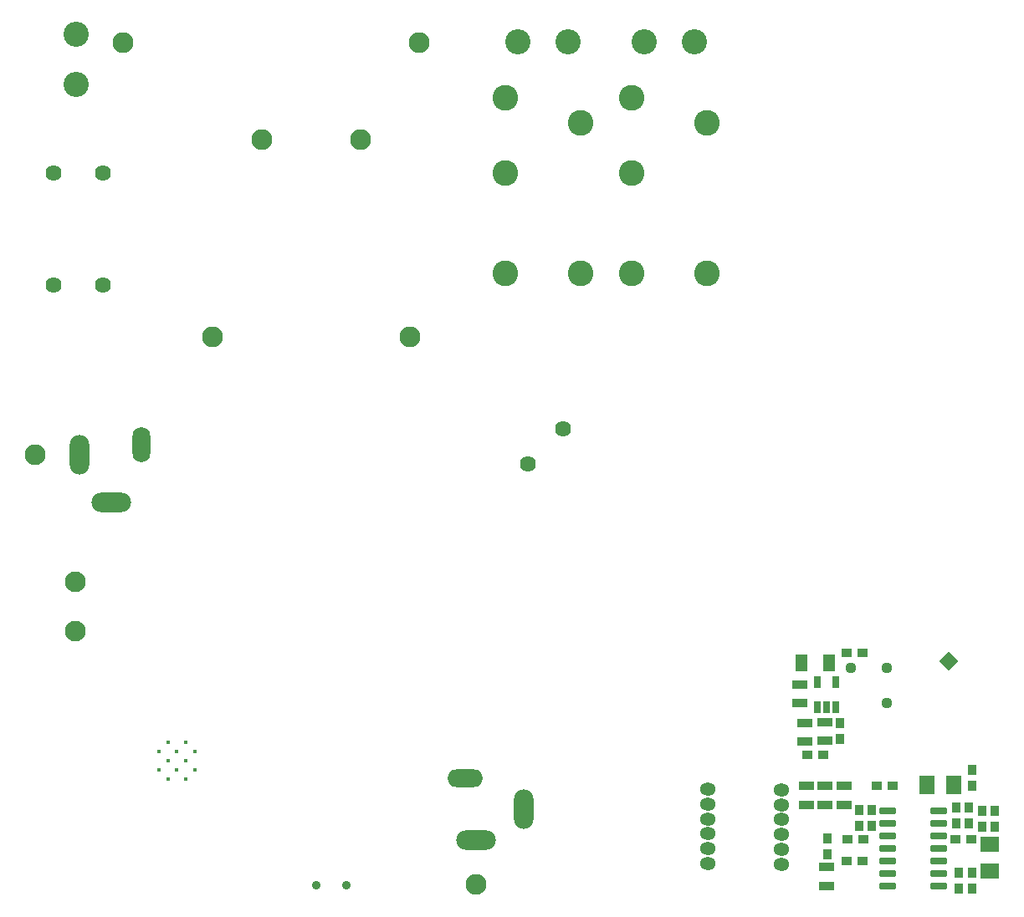
<source format=gbs>
G04*
G04 #@! TF.GenerationSoftware,Altium Limited,Altium Designer,24.2.2 (26)*
G04*
G04 Layer_Color=16711935*
%FSLAX25Y25*%
%MOIN*%
G70*
G04*
G04 #@! TF.SameCoordinates,F296BD43-7A1A-4B5F-AFD2-8FBC70BB071E*
G04*
G04*
G04 #@! TF.FilePolarity,Negative*
G04*
G01*
G75*
%ADD64R,0.04194X0.03494*%
%ADD68R,0.05984X0.03622*%
%ADD77R,0.03494X0.04194*%
%ADD99C,0.04409*%
%ADD100O,0.06378X0.05197*%
%ADD101C,0.06378*%
%ADD102C,0.10236*%
%ADD103C,0.01654*%
%ADD104O,0.14183X0.07097*%
%ADD105O,0.07884X0.15758*%
%ADD106O,0.15758X0.07884*%
%ADD107C,0.08278*%
%ADD108C,0.03553*%
%ADD109C,0.08346*%
%ADD110C,0.08268*%
%ADD111C,0.10049*%
%ADD112O,0.07097X0.14183*%
%ADD218R,0.02835X0.04803*%
%ADD219R,0.04538X0.06703*%
%ADD220R,0.06142X0.07638*%
G04:AMPARAMS|DCode=221|XSize=67.72mil|YSize=28.74mil|CornerRadius=5.36mil|HoleSize=0mil|Usage=FLASHONLY|Rotation=180.000|XOffset=0mil|YOffset=0mil|HoleType=Round|Shape=RoundedRectangle|*
%AMROUNDEDRECTD221*
21,1,0.06772,0.01801,0,0,180.0*
21,1,0.05699,0.02874,0,0,180.0*
1,1,0.01073,-0.02849,0.00901*
1,1,0.01073,0.02849,0.00901*
1,1,0.01073,0.02849,-0.00901*
1,1,0.01073,-0.02849,-0.00901*
%
%ADD221ROUNDEDRECTD221*%
%ADD222R,0.07638X0.06142*%
G36*
X374095Y98858D02*
X370157Y102795D01*
X366220Y98858D01*
X370157Y94921D01*
X374095Y98858D01*
D02*
G37*
D64*
X341626Y49114D02*
D03*
X347926D02*
D03*
X329676Y27564D02*
D03*
X335976D02*
D03*
X329476Y19014D02*
D03*
X335776D02*
D03*
X319976Y61364D02*
D03*
X313676D02*
D03*
X335722Y101898D02*
D03*
X329422D02*
D03*
X379026Y27564D02*
D03*
X372726D02*
D03*
D68*
X310919Y89497D02*
D03*
Y82016D02*
D03*
X320761Y67056D02*
D03*
Y74536D02*
D03*
X312888Y66662D02*
D03*
Y74142D02*
D03*
X321311Y16662D02*
D03*
Y9182D02*
D03*
X320854Y49014D02*
D03*
Y41533D02*
D03*
X328335Y49014D02*
D03*
Y41533D02*
D03*
X313374Y49014D02*
D03*
Y41533D02*
D03*
D77*
X383360Y32606D02*
D03*
Y38906D02*
D03*
X388478D02*
D03*
Y32606D02*
D03*
X378242Y34106D02*
D03*
Y40406D02*
D03*
X373124Y34106D02*
D03*
Y40406D02*
D03*
X379348Y7953D02*
D03*
Y14253D02*
D03*
X339541Y32906D02*
D03*
Y39206D02*
D03*
X334422D02*
D03*
Y32906D02*
D03*
X321705Y21583D02*
D03*
Y27883D02*
D03*
X379423Y55442D02*
D03*
Y49142D02*
D03*
X374230Y14253D02*
D03*
Y7953D02*
D03*
X326667Y73945D02*
D03*
Y67645D02*
D03*
D99*
X345339Y81945D02*
D03*
Y96087D02*
D03*
X331197D02*
D03*
D100*
X303439Y47371D02*
D03*
Y41465D02*
D03*
Y35560D02*
D03*
Y29654D02*
D03*
Y23749D02*
D03*
Y17843D02*
D03*
X274099Y18150D02*
D03*
Y24056D02*
D03*
Y29961D02*
D03*
Y35867D02*
D03*
Y41772D02*
D03*
Y47678D02*
D03*
D101*
X202579Y177374D02*
D03*
X216498Y191293D02*
D03*
X13465Y293347D02*
D03*
X33150D02*
D03*
X13465Y248858D02*
D03*
X33150D02*
D03*
D102*
X193347Y323228D02*
D03*
X223346Y253228D02*
D03*
Y313228D02*
D03*
X193347Y293228D02*
D03*
Y253228D02*
D03*
X243740Y323228D02*
D03*
X273740Y253228D02*
D03*
Y313228D02*
D03*
X243740Y293228D02*
D03*
Y253228D02*
D03*
D103*
X55379Y55374D02*
D03*
Y62598D02*
D03*
X58991Y51762D02*
D03*
Y58986D02*
D03*
Y66211D02*
D03*
X62603Y55374D02*
D03*
Y62598D02*
D03*
X66215Y51762D02*
D03*
Y58986D02*
D03*
Y66211D02*
D03*
X69828Y55374D02*
D03*
Y62598D02*
D03*
D104*
X177548Y52077D02*
D03*
D105*
X200776Y39872D02*
D03*
X23697Y180874D02*
D03*
D106*
X181879Y27274D02*
D03*
X36295Y161976D02*
D03*
D107*
X181879Y9557D02*
D03*
X5980Y180874D02*
D03*
D108*
X118193Y9224D02*
D03*
X130004D02*
D03*
D109*
X76850Y227992D02*
D03*
X159134Y345315D02*
D03*
X41024D02*
D03*
X96535Y306732D02*
D03*
X135906D02*
D03*
X155591Y227992D02*
D03*
D110*
X22279Y110632D02*
D03*
Y130316D02*
D03*
D111*
X22520Y328780D02*
D03*
Y348780D02*
D03*
X268740Y345709D02*
D03*
X248740D02*
D03*
X218347D02*
D03*
X198346D02*
D03*
D112*
X48500Y185205D02*
D03*
D218*
X325289Y80245D02*
D03*
X321549D02*
D03*
X317809D02*
D03*
X325289Y90481D02*
D03*
X317809D02*
D03*
D219*
X311313Y97961D02*
D03*
X322336D02*
D03*
D220*
X361565Y49536D02*
D03*
X372084D02*
D03*
D221*
X345670Y38964D02*
D03*
Y33964D02*
D03*
Y28964D02*
D03*
Y23964D02*
D03*
Y18964D02*
D03*
Y13964D02*
D03*
Y8964D02*
D03*
X366182D02*
D03*
Y13964D02*
D03*
Y18964D02*
D03*
Y23964D02*
D03*
Y28964D02*
D03*
Y33964D02*
D03*
Y38964D02*
D03*
D222*
X386509Y15142D02*
D03*
Y25662D02*
D03*
M02*

</source>
